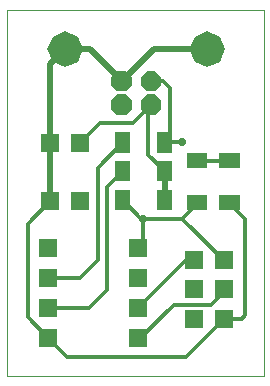
<source format=gtl>
G75*
G71*
%OFA0B0*%
%FSLAX23Y23*%
%IPPOS*%
%LPD*%
%ADD10C,0.1*%
%ADD11C,0.3*%
%ADD12C,0.5*%
%ADD13C,0.2*%
%ADD14C,0.706*%
%LPD*%D10*
X0Y0D02*
X0Y100D01*
X0Y199D01*
X0Y299D01*
X0Y399D01*
X0Y498D01*
X0Y598D01*
X0Y698D01*
X0Y798D01*
X0Y897D01*
X0Y997D01*
X0Y1097D01*
X0Y1196D01*
X0Y1296D01*
X0Y1396D01*
X0Y1495D01*
X0Y1595D01*
X0Y1695D01*
X0Y1795D01*
X0Y1894D01*
X0Y1994D01*
X0Y2094D01*
X0Y2193D01*
X0Y2293D01*
X0Y2393D01*
X0Y2492D01*
X0Y2592D01*
X0Y2692D01*
X0Y2791D01*
X0Y2891D01*
X0Y2991D01*
X0Y3091D01*
X0Y3190D01*
X0Y3290D01*
X0Y3390D01*
X0Y3489D01*
X0Y3589D01*
X0Y3689D01*
X0Y3788D01*
X0Y3888D01*
X0Y3988D01*
X0Y4088D01*
X0Y4187D01*
X0Y4287D01*
X0Y4387D01*
X0Y4486D01*
X0Y4586D01*
X0Y4686D01*
X0Y4785D01*
X0Y4885D01*
X0Y4985D01*
X0Y5084D01*
X0Y5184D01*
X0Y5284D01*
X0Y5384D01*
X0Y5483D01*
X0Y5583D01*
X0Y5683D01*
X0Y5782D01*
X0Y5882D01*
X0Y5982D01*
X0Y6081D01*
X0Y6181D01*
X0Y6281D01*
X0Y6380D01*
X0Y6480D01*
X0Y6580D01*
X0Y6680D01*
X0Y6779D01*
X0Y6879D01*
X0Y6979D01*
X0Y7078D01*
X0Y7178D01*
X0Y7278D01*
X0Y7377D01*
X0Y7477D01*
X0Y7577D01*
X0Y7677D01*
X0Y7776D01*
X0Y7876D01*
X0Y7976D01*
X0Y8075D01*
X0Y8175D01*
X0Y8275D01*
X0Y8374D01*
X0Y8474D01*
X0Y8574D01*
X0Y8673D01*
X0Y8773D01*
X0Y8873D01*
X0Y8973D01*
X0Y9072D01*
X0Y9172D01*
X0Y9272D01*
X0Y9371D01*
X0Y9471D01*
X0Y9571D01*
X0Y9670D01*
X0Y9770D01*
X0Y9870D01*
X0Y9970D01*
X0Y10069D01*
X0Y10169D01*
X0Y10269D01*
X0Y10368D01*
X0Y10468D01*
X0Y10568D01*
X0Y10667D01*
X0Y10767D01*
X0Y10867D01*
X0Y10966D01*
X0Y11066D01*
X0Y11166D01*
X0Y11266D01*
X0Y11365D01*
X0Y11465D01*
X0Y11565D01*
X0Y11664D01*
X0Y11764D01*
X0Y11864D01*
X0Y11963D01*
X0Y12063D01*
X0Y12163D01*
X0Y12262D01*
X0Y12362D01*
X0Y12462D01*
X0Y12562D01*
X0Y12661D01*
X0Y12761D01*
X0Y12861D01*
X0Y12960D01*
X0Y13060D01*
X0Y13160D01*
X0Y13259D01*
X0Y13359D01*
X0Y13459D01*
X0Y13559D01*
X0Y13658D01*
X0Y13758D01*
X0Y13858D01*
X0Y13957D01*
X0Y14057D01*
X0Y14157D01*
X0Y14256D01*
X0Y14356D01*
X0Y14456D01*
X0Y14555D01*
X0Y14655D01*
X0Y14755D01*
X0Y14855D01*
X0Y14954D01*
X0Y15054D01*
X0Y15154D01*
X0Y15253D01*
X0Y15353D01*
X0Y15453D01*
X0Y15552D01*
X0Y15652D01*
X0Y15752D01*
X0Y15852D01*
X0Y15951D01*
X0Y16051D01*
X0Y16151D01*
X0Y16250D01*
X0Y16350D01*
X0Y16450D01*
X0Y16549D01*
X0Y16649D01*
X0Y16749D01*
X0Y16848D01*
X0Y16948D01*
X0Y17048D01*
X0Y17148D01*
X0Y17247D01*
X0Y17347D01*
X0Y17447D01*
X0Y17546D01*
X0Y17646D01*
X0Y17746D01*
X0Y17845D01*
X0Y17945D01*
X0Y18045D01*
X0Y18145D01*
X0Y18244D01*
X0Y18344D01*
X0Y18444D01*
X0Y18543D01*
X0Y18643D01*
X0Y18743D01*
X0Y18842D01*
X0Y18942D01*
X0Y19042D01*
X0Y19141D01*
X0Y19241D01*
X0Y19341D01*
X0Y19441D01*
X0Y19540D01*
X0Y19640D01*
X0Y19740D01*
X0Y19839D01*
X0Y19939D01*
X0Y20039D01*
X0Y20138D01*
X0Y20238D01*
X0Y20338D01*
X0Y20438D01*
X0Y20537D01*
X0Y20637D01*
X0Y20737D01*
X0Y20836D01*
X0Y20936D01*
X0Y21036D01*
X0Y21135D01*
X0Y21235D01*
X0Y21335D01*
X0Y21434D01*
X0Y21534D01*
X0Y21634D01*
X0Y21734D01*
X0Y21833D01*
X0Y21933D01*
X0Y22033D01*
X0Y22132D01*
X0Y22232D01*
X0Y22332D01*
X0Y22431D01*
X0Y22531D01*
X0Y22631D01*
X0Y22731D01*
X0Y22830D01*
X0Y22930D01*
X0Y23030D01*
X0Y23129D01*
X0Y23229D01*
X0Y23329D01*
X0Y23428D01*
X0Y23528D01*
X0Y23628D01*
X0Y23727D01*
X0Y23827D01*
X0Y23927D01*
X0Y24027D01*
X0Y24126D01*
X0Y24226D01*
X0Y24326D01*
X0Y24425D01*
X0Y24525D01*
X0Y24625D01*
X0Y24724D01*
X0Y24824D01*
X0Y24924D01*
X0Y25024D01*
X0Y25123D01*
X0Y25223D01*
X0Y25323D01*
X0Y25422D01*
X0Y25522D01*
X0Y25622D01*
X0Y25721D01*
X0Y25821D01*
X0Y25921D01*
X0Y26020D01*
X0Y26120D01*
X0Y26220D01*
X0Y26320D01*
X0Y26419D01*
X0Y26519D01*
X0Y26619D01*
X0Y26718D01*
X0Y26818D01*
X0Y26918D01*
X0Y27017D01*
X0Y27117D01*
X0Y27217D01*
X0Y27317D01*
X0Y27416D01*
X0Y27516D01*
X0Y27616D01*
X0Y27715D01*
X0Y27815D01*
X0Y27915D01*
X0Y28014D01*
X0Y28114D01*
X0Y28214D01*
X0Y28313D01*
X0Y28413D01*
X0Y28513D01*
X0Y28613D01*
X0Y28712D01*
X0Y28812D01*
X0Y28912D01*
X0Y29011D01*
X0Y29111D01*
X0Y29211D01*
X0Y29310D01*
X0Y29410D01*
X0Y29510D01*
X0Y29610D01*
X0Y29709D01*
X0Y29809D01*
X0Y29909D01*
X0Y30008D01*
X0Y30108D01*
X0Y30208D01*
X0Y30307D01*
X0Y30407D01*
X0Y30507D01*
X0Y30607D01*
X0Y30706D01*
X0Y30806D01*
X0Y30906D01*
X0Y31005D01*
X100Y31005D01*
X199Y31005D01*
X299Y31005D01*
X398Y31005D01*
X498Y31005D01*
X598Y31005D01*
X697Y31005D01*
X797Y31005D01*
X897Y31005D01*
X996Y31005D01*
X1096Y31005D01*
X1195Y31005D01*
X1295Y31005D01*
X1395Y31005D01*
X1494Y31005D01*
X1594Y31005D01*
X1694Y31005D01*
X1793Y31005D01*
X1893Y31005D01*
X1992Y31005D01*
X2092Y31005D01*
X2192Y31005D01*
X2291Y31005D01*
X2391Y31005D01*
X2490Y31005D01*
X2590Y31005D01*
X2690Y31005D01*
X2789Y31005D01*
X2889Y31005D01*
X2989Y31005D01*
X3088Y31005D01*
X3188Y31005D01*
X3287Y31005D01*
X3387Y31005D01*
X3487Y31005D01*
X3586Y31005D01*
X3686Y31005D01*
X3785Y31005D01*
X3885Y31005D01*
X3985Y31005D01*
X4084Y31005D01*
X4184Y31005D01*
X4284Y31005D01*
X4383Y31005D01*
X4483Y31005D01*
X4582Y31005D01*
X4682Y31005D01*
X4782Y31005D01*
X4881Y31005D01*
X4981Y31005D01*
X5081Y31005D01*
X5180Y31005D01*
X5280Y31005D01*
X5379Y31005D01*
X5479Y31005D01*
X5579Y31005D01*
X5678Y31005D01*
X5778Y31005D01*
X5877Y31005D01*
X5977Y31005D01*
X6077Y31005D01*
X6176Y31005D01*
X6276Y31005D01*
X6376Y31005D01*
X6475Y31005D01*
X6575Y31005D01*
X6674Y31005D01*
X6774Y31005D01*
X6874Y31005D01*
X6973Y31005D01*
X7073Y31005D01*
X7173Y31005D01*
X7272Y31005D01*
X7372Y31005D01*
X7471Y31005D01*
X7571Y31005D01*
X7671Y31005D01*
X7770Y31005D01*
X7870Y31005D01*
X7969Y31005D01*
X8069Y31005D01*
X8169Y31005D01*
X8268Y31005D01*
X8368Y31005D01*
X8468Y31005D01*
X8567Y31005D01*
X8667Y31005D01*
X8766Y31005D01*
X8866Y31005D01*
X8966Y31005D01*
X9065Y31005D01*
X9165Y31005D01*
X9265Y31005D01*
X9364Y31005D01*
X9464Y31005D01*
X9563Y31005D01*
X9663Y31005D01*
X9763Y31005D01*
X9862Y31005D01*
X9962Y31005D01*
X10061Y31005D01*
X10161Y31005D01*
X10261Y31005D01*
X10360Y31005D01*
X10460Y31005D01*
X10560Y31005D01*
X10659Y31005D01*
X10759Y31005D01*
X10858Y31005D01*
X10958Y31005D01*
X11058Y31005D01*
X11157Y31005D01*
X11257Y31005D01*
X11357Y31005D01*
X11456Y31005D01*
X11556Y31005D01*
X11655Y31005D01*
X11755Y31005D01*
X11855Y31005D01*
X11954Y31005D01*
X12054Y31005D01*
X12153Y31005D01*
X12253Y31005D01*
X12353Y31005D01*
X12452Y31005D01*
X12552Y31005D01*
X12652Y31005D01*
X12751Y31005D01*
X12851Y31005D01*
X12950Y31005D01*
X13050Y31005D01*
X13150Y31005D01*
X13249Y31005D01*
X13349Y31005D01*
X13449Y31005D01*
X13548Y31005D01*
X13648Y31005D01*
X13747Y31005D01*
X13847Y31005D01*
X13947Y31005D01*
X14046Y31005D01*
X14146Y31005D01*
X14245Y31005D01*
X14345Y31005D01*
X14445Y31005D01*
X14544Y31005D01*
X14644Y31005D01*
X14744Y31005D01*
X14843Y31005D01*
X14943Y31005D01*
X15042Y31005D01*
X15142Y31005D01*
X15242Y31005D01*
X15341Y31005D01*
X15441Y31005D01*
X15540Y31005D01*
X15640Y31005D01*
X15740Y31005D01*
X15839Y31005D01*
X15939Y31005D01*
X16039Y31005D01*
X16138Y31005D01*
X16238Y31005D01*
X16337Y31005D01*
X16437Y31005D01*
X16537Y31005D01*
X16636Y31005D01*
X16736Y31005D01*
X16836Y31005D01*
X16935Y31005D01*
X17035Y31005D01*
X17134Y31005D01*
X17234Y31005D01*
X17334Y31005D01*
X17433Y31005D01*
X17533Y31005D01*
X17632Y31005D01*
X17732Y31005D01*
X17832Y31005D01*
X17931Y31005D01*
X18031Y31005D01*
X18131Y31005D01*
X18230Y31005D01*
X18330Y31005D01*
X18429Y31005D01*
X18529Y31005D01*
X18629Y31005D01*
X18728Y31005D01*
X18828Y31005D01*
X18928Y31005D01*
X19027Y31005D01*
X19127Y31005D01*
X19226Y31005D01*
X19326Y31005D01*
X19426Y31005D01*
X19525Y31005D01*
X19625Y31005D01*
X19725Y31005D01*
X19824Y31005D01*
X19924Y31005D01*
X20023Y31005D01*
X20123Y31005D01*
X20223Y31005D01*
X20322Y31005D01*
X20422Y31005D01*
X20521Y31005D01*
X20621Y31005D01*
X20721Y31005D01*
X20820Y31005D01*
X20920Y31005D01*
X21020Y31005D01*
X21119Y31005D01*
X21219Y31005D01*
X21318Y31005D01*
X21418Y31005D01*
X21518Y31005D01*
X21617Y31005D01*
X21717Y31005D01*
X21717Y30906D01*
X21717Y30806D01*
X21717Y30706D01*
X21717Y30607D01*
X21717Y30507D01*
X21717Y30407D01*
X21717Y30307D01*
X21717Y30208D01*
X21717Y30108D01*
X21717Y30008D01*
X21717Y29909D01*
X21717Y29809D01*
X21717Y29709D01*
X21717Y29610D01*
X21717Y29510D01*
X21717Y29410D01*
X21717Y29311D01*
X21717Y29211D01*
X21717Y29111D01*
X21717Y29011D01*
X21717Y28912D01*
X21717Y28812D01*
X21717Y28712D01*
X21717Y28613D01*
X21717Y28513D01*
X21717Y28413D01*
X21717Y28314D01*
X21717Y28214D01*
X21717Y28114D01*
X21717Y28014D01*
X21717Y27915D01*
X21717Y27815D01*
X21717Y27715D01*
X21717Y27616D01*
X21717Y27516D01*
X21717Y27416D01*
X21717Y27317D01*
X21717Y27217D01*
X21717Y27117D01*
X21717Y27018D01*
X21717Y26918D01*
X21717Y26818D01*
X21717Y26718D01*
X21717Y26619D01*
X21717Y26519D01*
X21717Y26419D01*
X21717Y26320D01*
X21717Y26220D01*
X21717Y26120D01*
X21717Y26021D01*
X21717Y25921D01*
X21717Y25821D01*
X21717Y25721D01*
X21717Y25622D01*
X21717Y25522D01*
X21717Y25422D01*
X21717Y25323D01*
X21717Y25223D01*
X21717Y25123D01*
X21717Y25024D01*
X21717Y24924D01*
X21717Y24824D01*
X21717Y24725D01*
X21717Y24625D01*
X21717Y24525D01*
X21717Y24425D01*
X21717Y24326D01*
X21717Y24226D01*
X21717Y24126D01*
X21717Y24027D01*
X21717Y23927D01*
X21717Y23827D01*
X21717Y23728D01*
X21717Y23628D01*
X21717Y23528D01*
X21717Y23428D01*
X21717Y23329D01*
X21717Y23229D01*
X21717Y23129D01*
X21717Y23030D01*
X21717Y22930D01*
X21717Y22830D01*
X21717Y22731D01*
X21717Y22631D01*
X21717Y22531D01*
X21717Y22432D01*
X21717Y22332D01*
X21717Y22232D01*
X21717Y22132D01*
X21717Y22033D01*
X21717Y21933D01*
X21717Y21833D01*
X21717Y21734D01*
X21717Y21634D01*
X21717Y21534D01*
X21717Y21435D01*
X21717Y21335D01*
X21717Y21235D01*
X21717Y21135D01*
X21717Y21036D01*
X21717Y20936D01*
X21717Y20836D01*
X21717Y20737D01*
X21717Y20637D01*
X21717Y20537D01*
X21717Y20438D01*
X21717Y20338D01*
X21717Y20238D01*
X21717Y20139D01*
X21717Y20039D01*
X21717Y19939D01*
X21717Y19839D01*
X21717Y19740D01*
X21717Y19640D01*
X21717Y19540D01*
X21717Y19441D01*
X21717Y19341D01*
X21717Y19241D01*
X21717Y19142D01*
X21717Y19042D01*
X21717Y18942D01*
X21717Y18843D01*
X21717Y18743D01*
X21717Y18643D01*
X21717Y18543D01*
X21717Y18444D01*
X21717Y18344D01*
X21717Y18244D01*
X21717Y18145D01*
X21717Y18045D01*
X21717Y17945D01*
X21717Y17846D01*
X21717Y17746D01*
X21717Y17646D01*
X21717Y17546D01*
X21717Y17447D01*
X21717Y17347D01*
X21717Y17247D01*
X21717Y17148D01*
X21717Y17048D01*
X21717Y16948D01*
X21717Y16849D01*
X21717Y16749D01*
X21717Y16649D01*
X21717Y16550D01*
X21717Y16450D01*
X21717Y16350D01*
X21717Y16250D01*
X21717Y16151D01*
X21717Y16051D01*
X21717Y15951D01*
X21717Y15852D01*
X21717Y15752D01*
X21717Y15652D01*
X21717Y15553D01*
X21717Y15453D01*
X21717Y15353D01*
X21717Y15253D01*
X21717Y15154D01*
X21717Y15054D01*
X21717Y14954D01*
X21717Y14855D01*
X21717Y14755D01*
X21717Y14655D01*
X21717Y14556D01*
X21717Y14456D01*
X21717Y14356D01*
X21717Y14257D01*
X21717Y14157D01*
X21717Y14057D01*
X21717Y13957D01*
X21717Y13858D01*
X21717Y13758D01*
X21717Y13658D01*
X21717Y13559D01*
X21717Y13459D01*
X21717Y13359D01*
X21717Y13260D01*
X21717Y13160D01*
X21717Y13060D01*
X21717Y12961D01*
X21717Y12861D01*
X21717Y12761D01*
X21717Y12661D01*
X21717Y12562D01*
X21717Y12462D01*
X21717Y12362D01*
X21717Y12263D01*
X21717Y12163D01*
X21717Y12063D01*
X21717Y11964D01*
X21717Y11864D01*
X21717Y11764D01*
X21717Y11664D01*
X21717Y11565D01*
X21717Y11465D01*
X21717Y11365D01*
X21717Y11266D01*
X21717Y11166D01*
X21717Y11066D01*
X21717Y10967D01*
X21717Y10867D01*
X21717Y10767D01*
X21717Y10667D01*
X21717Y10568D01*
X21717Y10468D01*
X21717Y10368D01*
X21717Y10269D01*
X21717Y10169D01*
X21717Y10069D01*
X21717Y9970D01*
X21717Y9870D01*
X21717Y9770D01*
X21717Y9671D01*
X21717Y9571D01*
X21717Y9471D01*
X21717Y9371D01*
X21717Y9272D01*
X21717Y9172D01*
X21717Y9072D01*
X21717Y8973D01*
X21717Y8873D01*
X21717Y8773D01*
X21717Y8674D01*
X21717Y8574D01*
X21717Y8474D01*
X21717Y8375D01*
X21717Y8275D01*
X21717Y8175D01*
X21717Y8075D01*
X21717Y7976D01*
X21717Y7876D01*
X21717Y7776D01*
X21717Y7677D01*
X21717Y7577D01*
X21717Y7477D01*
X21717Y7378D01*
X21717Y7278D01*
X21717Y7178D01*
X21717Y7078D01*
X21717Y6979D01*
X21717Y6879D01*
X21717Y6779D01*
X21717Y6680D01*
X21717Y6580D01*
X21717Y6480D01*
X21717Y6381D01*
X21717Y6281D01*
X21717Y6181D01*
X21717Y6082D01*
X21717Y5982D01*
X21717Y5882D01*
X21717Y5782D01*
X21717Y5683D01*
X21717Y5583D01*
X21717Y5483D01*
X21717Y5384D01*
X21717Y5284D01*
X21717Y5184D01*
X21717Y5085D01*
X21717Y4985D01*
X21717Y4885D01*
X21717Y4785D01*
X21717Y4686D01*
X21717Y4586D01*
X21717Y4486D01*
X21717Y4387D01*
X21717Y4287D01*
X21717Y4187D01*
X21717Y4088D01*
X21717Y3988D01*
X21717Y3888D01*
X21717Y3788D01*
X21717Y3689D01*
X21717Y3589D01*
X21717Y3489D01*
X21717Y3390D01*
X21717Y3290D01*
X21717Y3190D01*
X21717Y3091D01*
X21717Y2991D01*
X21717Y2891D01*
X21717Y2792D01*
X21717Y2692D01*
X21717Y2592D01*
X21717Y2492D01*
X21717Y2393D01*
X21717Y2293D01*
X21717Y2193D01*
X21717Y2094D01*
X21717Y1994D01*
X21717Y1894D01*
X21717Y1795D01*
X21717Y1695D01*
X21717Y1595D01*
X21717Y1495D01*
X21717Y1396D01*
X21717Y1296D01*
X21717Y1196D01*
X21717Y1097D01*
X21717Y997D01*
X21717Y897D01*
X21717Y798D01*
X21717Y698D01*
X21717Y598D01*
X21717Y499D01*
X21717Y399D01*
X21717Y299D01*
X21717Y199D01*
X21717Y100D01*
X21717Y0D01*
X21617Y0D01*
X21518Y0D01*
X21418Y0D01*
X21318Y0D01*
X21219Y0D01*
X21119Y0D01*
X21020Y0D01*
X20920Y0D01*
X20820Y0D01*
X20721Y0D01*
X20621Y0D01*
X20522Y0D01*
X20422Y0D01*
X20322Y0D01*
X20223Y0D01*
X20123Y0D01*
X20023Y0D01*
X19924Y0D01*
X19824Y0D01*
X19725Y0D01*
X19625Y0D01*
X19525Y0D01*
X19426Y0D01*
X19326Y0D01*
X19226Y0D01*
X19127Y0D01*
X19027Y0D01*
X18928Y0D01*
X18828Y0D01*
X18728Y0D01*
X18629Y0D01*
X18529Y0D01*
X18430Y0D01*
X18330Y0D01*
X18230Y0D01*
X18131Y0D01*
X18031Y0D01*
X17931Y0D01*
X17832Y0D01*
X17732Y0D01*
X17633Y0D01*
X17533Y0D01*
X17433Y0D01*
X17334Y0D01*
X17234Y0D01*
X17134Y0D01*
X17035Y0D01*
X16935Y0D01*
X16836Y0D01*
X16736Y0D01*
X16636Y0D01*
X16537Y0D01*
X16437Y0D01*
X16338Y0D01*
X16238Y0D01*
X16138Y0D01*
X16039Y0D01*
X15939Y0D01*
X15839Y0D01*
X15740Y0D01*
X15640Y0D01*
X15541Y0D01*
X15441Y0D01*
X15341Y0D01*
X15242Y0D01*
X15142Y0D01*
X15042Y0D01*
X14943Y0D01*
X14843Y0D01*
X14744Y0D01*
X14644Y0D01*
X14544Y0D01*
X14445Y0D01*
X14345Y0D01*
X14246Y0D01*
X14146Y0D01*
X14046Y0D01*
X13947Y0D01*
X13847Y0D01*
X13747Y0D01*
X13648Y0D01*
X13548Y0D01*
X13449Y0D01*
X13349Y0D01*
X13249Y0D01*
X13150Y0D01*
X13050Y0D01*
X12950Y0D01*
X12851Y0D01*
X12751Y0D01*
X12652Y0D01*
X12552Y0D01*
X12452Y0D01*
X12353Y0D01*
X12253Y0D01*
X12154Y0D01*
X12054Y0D01*
X11954Y0D01*
X11855Y0D01*
X11755Y0D01*
X11655Y0D01*
X11556Y0D01*
X11456Y0D01*
X11357Y0D01*
X11257Y0D01*
X11157Y0D01*
X11058Y0D01*
X10958Y0D01*
X10859Y0D01*
X10759Y0D01*
X10659Y0D01*
X10560Y0D01*
X10460Y0D01*
X10360Y0D01*
X10261Y0D01*
X10161Y0D01*
X10062Y0D01*
X9962Y0D01*
X9862Y0D01*
X9763Y0D01*
X9663Y0D01*
X9563Y0D01*
X9464Y0D01*
X9364Y0D01*
X9265Y0D01*
X9165Y0D01*
X9065Y0D01*
X8966Y0D01*
X8866Y0D01*
X8767Y0D01*
X8667Y0D01*
X8567Y0D01*
X8468Y0D01*
X8368Y0D01*
X8268Y0D01*
X8169Y0D01*
X8069Y0D01*
X7970Y0D01*
X7870Y0D01*
X7770Y0D01*
X7671Y0D01*
X7571Y0D01*
X7471Y0D01*
X7372Y0D01*
X7272Y0D01*
X7173Y0D01*
X7073Y0D01*
X6973Y0D01*
X6874Y0D01*
X6774Y0D01*
X6675Y0D01*
X6575Y0D01*
X6475Y0D01*
X6376Y0D01*
X6276Y0D01*
X6176Y0D01*
X6077Y0D01*
X5977Y0D01*
X5878Y0D01*
X5778Y0D01*
X5678Y0D01*
X5579Y0D01*
X5479Y0D01*
X5379Y0D01*
X5280Y0D01*
X5180Y0D01*
X5081Y0D01*
X4981Y0D01*
X4881Y0D01*
X4782Y0D01*
X4682Y0D01*
X4583Y0D01*
X4483Y0D01*
X4383Y0D01*
X4284Y0D01*
X4184Y0D01*
X4084Y0D01*
X3985Y0D01*
X3885Y0D01*
X3786Y0D01*
X3686Y0D01*
X3586Y0D01*
X3487Y0D01*
X3387Y0D01*
X3287Y0D01*
X3188Y0D01*
X3088Y0D01*
X2989Y0D01*
X2889Y0D01*
X2789Y0D01*
X2690Y0D01*
X2590Y0D01*
X2491Y0D01*
X2391Y0D01*
X2291Y0D01*
X2192Y0D01*
X2092Y0D01*
X1992Y0D01*
X1893Y0D01*
X1793Y0D01*
X1694Y0D01*
X1594Y0D01*
X1494Y0D01*
X1395Y0D01*
X1295Y0D01*
X1195Y0D01*
X1096Y0D01*
X996Y0D01*
X897Y0D01*
X797Y0D01*
X697Y0D01*
X598Y0D01*
X498Y0D01*
X399Y0D01*
X299Y0D01*
X199Y0D01*
X100Y0D01*
X0Y0D01*
X0Y0D01*
D11*
X9782Y14893D02*
X9789Y14893D01*
D11*
X11502Y11267D02*
X11092Y10857D01*
D11*
X11502Y13322D02*
X11502Y11267D01*
D11*
X11494Y13330D02*
X11502Y13322D01*
D11*
X11355Y13320D02*
X9782Y14893D01*
D11*
X11502Y13322D02*
X11355Y13320D01*
D11*
X14822Y13319D02*
X14822Y13319D01*
D11*
X11502Y13322D02*
X14822Y13319D01*
D11*
X16072Y14575D02*
X14816Y13319D01*
D11*
X16072Y14682D02*
X16072Y14575D01*
D11*
X14852Y13323D02*
X18328Y9847D01*
D11*
X14820Y13323D02*
X14852Y13323D01*
D12*
X13339Y17365D02*
X13339Y17365D01*
D12*
X13339Y14893D02*
X13339Y17376D01*
D11*
X11976Y18739D02*
X11976Y22788D01*
D11*
X13339Y17376D02*
X11976Y18739D01*
D11*
X12192Y22984D02*
X11976Y22788D01*
D11*
X7902Y21417D02*
X6192Y19706D01*
D11*
X10625Y21417D02*
X7902Y21417D01*
D11*
X12192Y22984D02*
X10625Y21417D01*
D11*
X13776Y24444D02*
X13776Y19365D01*
D11*
X13215Y25005D02*
X13776Y24444D01*
D11*
X12192Y24984D02*
X13215Y25005D01*
D11*
X13776Y19365D02*
X13322Y19820D01*
D11*
X13322Y19820D02*
X13308Y19820D01*
D11*
X13313Y19825D02*
X13308Y19820D01*
D11*
X14826Y19825D02*
X13313Y19825D01*
D11*
X13300Y19785D02*
X13776Y20255D01*
D11*
X14101Y6039D02*
X11297Y3236D01*
D11*
X17243Y6039D02*
X14101Y6039D01*
D11*
X11092Y3237D02*
X11297Y3236D01*
D11*
X18328Y7124D02*
X18328Y7347D01*
D11*
X17243Y6039D02*
X18328Y7124D01*
D11*
X15162Y9847D02*
X11092Y5777D01*
D11*
X15828Y9847D02*
X15162Y9847D01*
D13*
X9800Y17365D02*
X9789Y17365D01*
D11*
X8448Y7304D02*
X6903Y5759D01*
D11*
X8448Y16013D02*
X8448Y7304D01*
D11*
X9800Y17365D02*
X8448Y16013D01*
D11*
X3472Y5777D02*
X6903Y5759D01*
D13*
X9750Y19785D02*
X9751Y19725D01*
D11*
X7676Y9818D02*
X6166Y8309D01*
D11*
X7676Y17650D02*
X7676Y9818D01*
D11*
X9751Y19725D02*
X7676Y17650D01*
D11*
X3472Y8317D02*
X6166Y8309D01*
D11*
X18833Y18232D02*
X18833Y18232D01*
D11*
X16072Y18232D02*
X18833Y18232D01*
D12*
X12402Y27694D02*
X9692Y24984D01*
D12*
X16962Y27694D02*
X12402Y27694D01*
D12*
X6982Y27694D02*
X9692Y24984D01*
D12*
X4922Y27694D02*
X6982Y27694D01*
D11*
X1737Y4973D02*
X3472Y3237D01*
D11*
X5109Y1601D02*
X3472Y3237D01*
D11*
X15116Y1601D02*
X5109Y1601D01*
D11*
X18328Y4812D02*
X15116Y1601D01*
D12*
X3652Y19706D02*
X3652Y19706D01*
D12*
X3652Y14815D02*
X3652Y14815D01*
D12*
X3652Y19706D02*
X3652Y14815D01*
D12*
X3652Y26424D02*
X3652Y19706D01*
D12*
X4922Y27694D02*
X3652Y26424D01*
D11*
X1737Y12900D02*
X3652Y14815D01*
D11*
X1737Y4973D02*
X1737Y12900D01*
D11*
X20183Y13331D02*
X18833Y14682D01*
D11*
X20183Y5175D02*
X20183Y13331D01*
D11*
X19855Y4847D02*
X18328Y4847D01*
D11*
X20183Y5175D02*
X19855Y4847D01*
D11*
X18328Y4812D02*
X18328Y4847D01*
D14*
X11502Y13322D03*
D14*
X14826Y19825D03*
G36*
X10562Y22623D02*
X10052Y22113D01*
X9331Y22113D01*
X8822Y22623D01*
X8822Y23344D01*
X9331Y23854D01*
X10052Y23854D01*
X10562Y23344D01*
X10562Y22623D01*
G37*
G36*
X13062Y22623D02*
X12552Y22113D01*
X11831Y22113D01*
X11322Y22623D01*
X11322Y23344D01*
X11831Y23854D01*
X12552Y23854D01*
X13062Y23344D01*
X13062Y22623D01*
G37*
G36*
X16962Y29228D02*
X15908Y28748D01*
X15428Y27694D01*
X15908Y26640D01*
X16962Y26160D01*
X18016Y26640D01*
X18496Y27694D01*
X18016Y28748D01*
X16962Y29228D01*
G37*
G36*
X4922Y29228D02*
X3868Y28748D01*
X3388Y27694D01*
X3868Y26640D01*
X4922Y26160D01*
X5976Y26640D01*
X6456Y27694D01*
X5976Y28748D01*
X4922Y29228D01*
G37*
G36*
X10562Y24623D02*
X10052Y24113D01*
X9331Y24113D01*
X8822Y24623D01*
X8822Y25344D01*
X9331Y25854D01*
X10052Y25854D01*
X10562Y25344D01*
X10562Y24623D01*
G37*
G36*
X13062Y24623D02*
X12552Y24113D01*
X11831Y24113D01*
X11322Y24623D01*
X11322Y25344D01*
X11831Y25854D01*
X12552Y25854D01*
X13062Y25344D01*
X13062Y24623D01*
G37*
G36*
X4234Y10095D02*
X4234Y11619D01*
X2710Y11619D01*
X2710Y10095D01*
X4234Y10095D01*
G37*
G36*
X4234Y7555D02*
X4234Y9079D01*
X2710Y9079D01*
X2710Y7555D01*
X4234Y7555D01*
G37*
G36*
X4234Y5015D02*
X4234Y6539D01*
X2710Y6539D01*
X2710Y5015D01*
X4234Y5015D01*
G37*
G36*
X4234Y2475D02*
X4234Y3999D01*
X2710Y3999D01*
X2710Y2475D01*
X4234Y2475D01*
G37*
G36*
X10330Y3999D02*
X10330Y2475D01*
X11854Y2475D01*
X11854Y3999D01*
X10330Y3999D01*
G37*
G36*
X10330Y6539D02*
X10330Y5015D01*
X11854Y5015D01*
X11854Y6539D01*
X10330Y6539D01*
G37*
G36*
X10330Y9079D02*
X10330Y7555D01*
X11854Y7555D01*
X11854Y9079D01*
X10330Y9079D01*
G37*
G36*
X10330Y11619D02*
X10330Y10095D01*
X11854Y10095D01*
X11854Y11619D01*
X10330Y11619D01*
G37*
G36*
X16922Y15307D02*
X16922Y14057D01*
X15222Y14057D01*
X15222Y15307D01*
X16922Y15307D01*
G37*
G36*
X15222Y17607D02*
X15222Y18857D01*
X16922Y18857D01*
X16922Y17607D01*
X15222Y17607D01*
G37*
G36*
X12714Y18215D02*
X13964Y18215D01*
X13964Y16515D01*
X12714Y16515D01*
X12714Y18215D01*
G37*
G36*
X10414Y16515D02*
X9164Y16515D01*
X9164Y18215D01*
X10414Y18215D01*
X10414Y16515D01*
G37*
G36*
X12675Y20635D02*
X13925Y20635D01*
X13925Y18935D01*
X12675Y18935D01*
X12675Y20635D01*
G37*
G36*
X10375Y18935D02*
X9125Y18935D01*
X9125Y20635D01*
X10375Y20635D01*
X10375Y18935D01*
G37*
G36*
X12714Y15743D02*
X13964Y15743D01*
X13964Y14043D01*
X12714Y14043D01*
X12714Y15743D01*
G37*
G36*
X10414Y14043D02*
X9164Y14043D01*
X9164Y15743D01*
X10414Y15743D01*
X10414Y14043D01*
G37*
G36*
X17983Y17607D02*
X17983Y18857D01*
X19683Y18857D01*
X19683Y17607D01*
X17983Y17607D01*
G37*
G36*
X19683Y15307D02*
X19683Y14057D01*
X17983Y14057D01*
X17983Y15307D01*
X19683Y15307D01*
G37*
G36*
X4414Y14053D02*
X4414Y15577D01*
X2890Y15577D01*
X2890Y14053D01*
X4414Y14053D01*
G37*
G36*
X5430Y15577D02*
X5430Y14053D01*
X6954Y14053D01*
X6954Y15577D01*
X5430Y15577D01*
G37*
G36*
X4414Y18944D02*
X4414Y20468D01*
X2890Y20468D01*
X2890Y18944D01*
X4414Y18944D01*
G37*
G36*
X5430Y20468D02*
X5430Y18944D01*
X6954Y18944D01*
X6954Y20468D01*
X5430Y20468D01*
G37*
G36*
X16590Y9085D02*
X16590Y10609D01*
X15066Y10609D01*
X15066Y9085D01*
X16590Y9085D01*
G37*
G36*
X16590Y6585D02*
X16590Y8109D01*
X15066Y8109D01*
X15066Y6585D01*
X16590Y6585D01*
G37*
G36*
X16590Y4085D02*
X16590Y5609D01*
X15066Y5609D01*
X15066Y4085D01*
X16590Y4085D01*
G37*
G36*
X17566Y5609D02*
X17566Y4085D01*
X19090Y4085D01*
X19090Y5609D01*
X17566Y5609D01*
G37*
G36*
X17566Y8109D02*
X17566Y6585D01*
X19090Y6585D01*
X19090Y8109D01*
X17566Y8109D01*
G37*
G36*
X17566Y10609D02*
X17566Y9085D01*
X19090Y9085D01*
X19090Y10609D01*
X17566Y10609D01*
G37*
M02*

</source>
